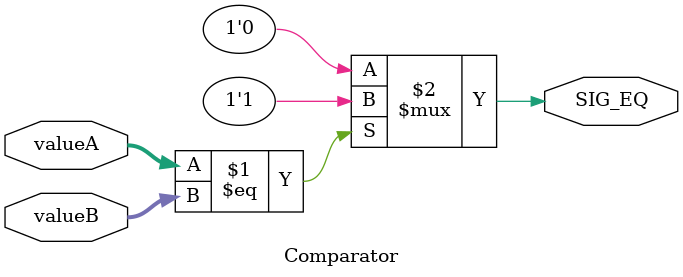
<source format=sv>
`timescale 1 ps / 100 fs 

/*
    File Name: Comparator.v
    Description: 32 bit comparator module
    Created by (Author Name): 
    Creation Date:  8/31/2023
    Contributors: 
    Last Modified Date: 8/31/2023
    Version: 1.0
    Copyright (c) Orion VLSI Technologies, 2023
    This unpublished material is proprietary to Orion VLSI Technologies.
    All Rights Reserved Worldwide.
    Anything described herein is considered business secrets and confidential.
    Reproduction or distribution, in whole or in part, is
    forbidden except by express written permission of Orion VLSI Technologies.
*/

module Comparator(
    output wire SIG_EQ,
    input wire [31:0] valueA,
    input wire [31:0] valueB,
);
    assign SIG_EQ = (valueA == valueB) ? 1'b1 : 1'b0;
endmodule







</source>
